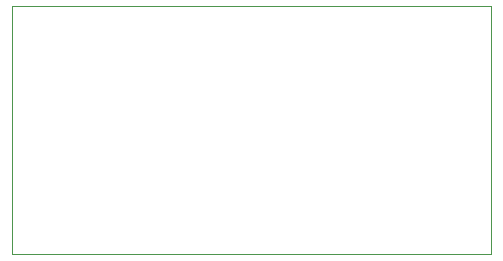
<source format=gbr>
%TF.GenerationSoftware,KiCad,Pcbnew,8.0.4+dfsg-1*%
%TF.CreationDate,2024-12-18T14:37:18+00:00*%
%TF.ProjectId,single-sided-radio-interface,73696e67-6c65-42d7-9369-6465642d7261,rev?*%
%TF.SameCoordinates,Original*%
%TF.FileFunction,Profile,NP*%
%FSLAX46Y46*%
G04 Gerber Fmt 4.6, Leading zero omitted, Abs format (unit mm)*
G04 Created by KiCad (PCBNEW 8.0.4+dfsg-1) date 2024-12-18 14:37:18*
%MOMM*%
%LPD*%
G01*
G04 APERTURE LIST*
%TA.AperFunction,Profile*%
%ADD10C,0.050000*%
%TD*%
G04 APERTURE END LIST*
D10*
X73000000Y-56250000D02*
X113500000Y-56250000D01*
X113500000Y-77250000D01*
X73000000Y-77250000D01*
X73000000Y-56250000D01*
M02*

</source>
